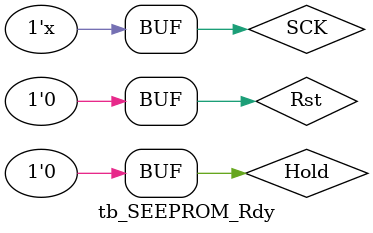
<source format=v>
`timescale 1ns / 1ps


module tb_SEEPROM_Rdy;

// Inputs
reg     Rst;

reg     Hold;
reg     SCK;

// Outputs

wire Rdy;

// Instantiate the Unit Under Test (UUT)

SEEPROM_Rdy uut (
                .Rst(Rst), 
                .Hold(Hold), 
                .SCK(SCK), 
                .Rdy(Rdy)
            );

initial begin
    // Initialize Inputs
    Rst  = 1;
    Hold = 0;
    SCK  = 0;

    // Wait 100 ns for global reset to finish
    #101 Rst = 0;
    
    // Add stimulus here
    
    #25 Hold = 1;
    #20 Hold = 0;
    #27 Hold = 1;
    #5  Hold = 0;
    #20 Hold = 1;
    #8  Hold = 0;
    #2  Hold = 1;
    #20 Hold = 0;
    #40 Hold = 1;
    #10 Hold = 0;
    #10 Hold = 1;
    #33 Hold = 0;

end

always #10 SCK = ~SCK;
      
endmodule


</source>
